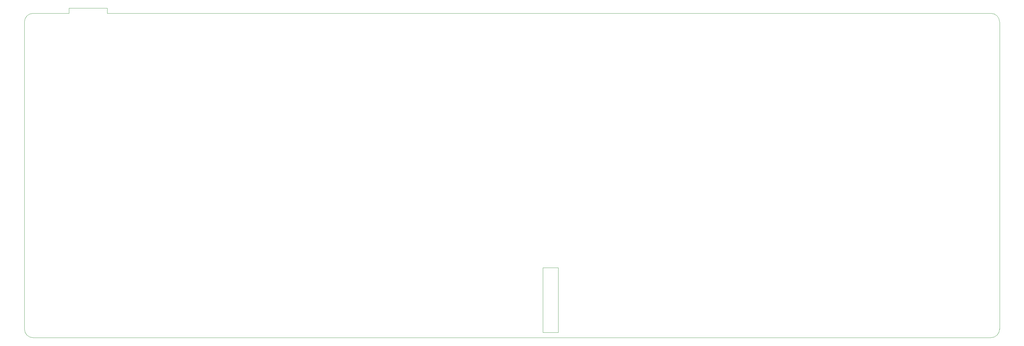
<source format=gbr>
%TF.GenerationSoftware,KiCad,Pcbnew,9.0.1*%
%TF.CreationDate,2025-05-13T23:50:47+09:00*%
%TF.ProjectId,H360,48333630-2e6b-4696-9361-645f70636258,rev?*%
%TF.SameCoordinates,Original*%
%TF.FileFunction,Profile,NP*%
%FSLAX46Y46*%
G04 Gerber Fmt 4.6, Leading zero omitted, Abs format (unit mm)*
G04 Created by KiCad (PCBNEW 9.0.1) date 2025-05-13 23:50:47*
%MOMM*%
%LPD*%
G01*
G04 APERTURE LIST*
%TA.AperFunction,Profile*%
%ADD10C,0.050000*%
%TD*%
G04 APERTURE END LIST*
D10*
X72000000Y-197500000D02*
X352000000Y-197500000D01*
X93662500Y-101000000D02*
X82500000Y-101000000D01*
X82500000Y-102500000D02*
X82500000Y-101000000D01*
X354500000Y-195000000D02*
G75*
G02*
X352000000Y-197500000I-2500000J0D01*
G01*
X72000000Y-197500000D02*
G75*
G02*
X69500000Y-195000000I0J2500000D01*
G01*
X69500000Y-105000000D02*
G75*
G02*
X72000000Y-102500000I2500000J0D01*
G01*
X225500000Y-177000000D02*
X221000000Y-177000000D01*
X93662500Y-101000000D02*
X93662500Y-102500000D01*
X225500000Y-196000000D02*
X225500000Y-177000000D01*
X82500000Y-102500000D02*
X72000000Y-102500000D01*
X352000000Y-102500000D02*
X93662500Y-102500000D01*
X69500000Y-105000000D02*
X69500000Y-195000000D01*
X221000000Y-177000000D02*
X221000000Y-196000000D01*
X354500000Y-105000000D02*
X354500000Y-195000000D01*
X352000000Y-102500000D02*
G75*
G02*
X354500000Y-105000000I0J-2500000D01*
G01*
X221000000Y-196000000D02*
X225500000Y-196000000D01*
M02*

</source>
